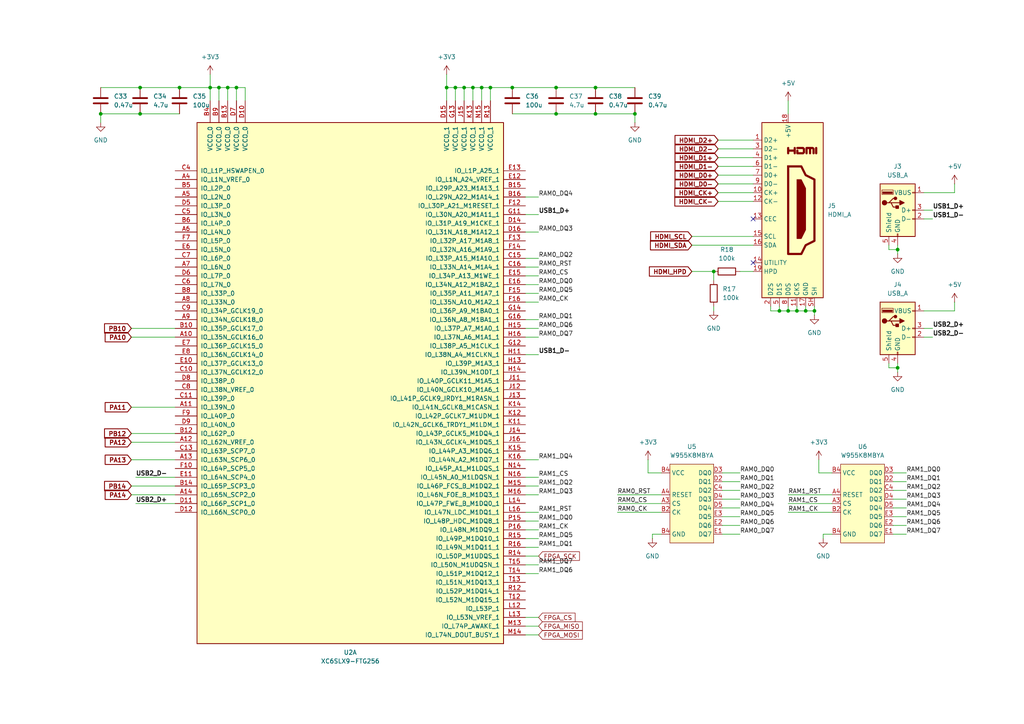
<source format=kicad_sch>
(kicad_sch (version 20250114) (generator "eeschema") (generator_version "9.0")
  (paper "A4")
  (title_block (title "CastleBox NeoPro") (date "2025-05-21") (rev "2.0"))
  (lib_symbols
    (symbol "Connector:HDMI_A"
      (property "Reference" "J" (at -6.35 26.67 0))
      (property "Value" "HDMI_A" (at 10.16 26.67 0))
      (symbol "HDMI_A_1_1"
        (pin passive line (at -10.16 20.32 0) (length 2.54) (name "D2+") (number "1"))
        (pin passive line (at -10.16 17.78 0) (length 2.54) (name "D2-") (number "3"))
        (pin passive line (at -10.16 15.24 0) (length 2.54) (name "D1+") (number "4"))
        (pin passive line (at -10.16 12.7 0) (length 2.54) (name "D1-") (number "6"))
        (pin passive line (at -10.16 10.16 0) (length 2.54) (name "D0+") (number "7"))
        (pin passive line (at -10.16 7.62 0) (length 2.54) (name "D0-") (number "9"))
        (pin passive line (at -10.16 5.08 0) (length 2.54) (name "CK+") (number "10"))
        (pin passive line (at -10.16 2.54 0) (length 2.54) (name "CK-") (number "12"))
        (pin bidirectional line (at -10.16 -2.54 0) (length 2.54) (name "CEC") (number "13"))
        (pin passive line (at -10.16 -7.62 0) (length 2.54) (name "SCL") (number "15"))
        (pin bidirectional line (at -10.16 -10.16 0) (length 2.54) (name "SDA") (number "16"))
        (pin passive line (at -10.16 -15.24 0) (length 2.54) (name "UTILITY") (number "14"))
        (pin passive line (at -10.16 -17.78 0) (length 2.54) (name "HPD") (number "19"))
        (pin power_in line (at -5.08 -27.94 90) (length 2.54) (name "D2S") (number "2"))
        (pin power_in line (at -2.54 -27.94 90) (length 2.54) (name "D1S") (number "5"))
        (pin power_in line (at 0 27.94 270) (length 2.54) (name "+5V") (number "18"))
        (pin power_in line (at 0 -27.94 90) (length 2.54) (name "D0S") (number "8"))
        (pin power_in line (at 2.54 -27.94 90) (length 2.54) (name "CKS") (number "11"))
        (pin power_in line (at 5.08 -27.94 90) (length 2.54) (name "GND") (number "17"))
        (pin passive line (at 7.62 -27.94 90) (length 2.54) (name "SH") (number "SH"))
      )
    )
    (symbol "Connector:USB_A" (pin_names (offset 1.016))
      (property "Reference" "J" (at -5.08 11.43 0))
      (property "Value" "USB_A" (at -5.08 8.89 0))
      (symbol "USB_A_1_1"
        (pin passive line (at -2.54 -10.16 90) (length 2.54) (name "Shield") (number "5"))
        (pin power_in line (at 0 -10.16 90) (length 2.54) (name "GND") (number "4"))
        (pin power_in line (at 7.62 5.08 180) (length 2.54) (name "VBUS") (number "1"))
        (pin bidirectional line (at 7.62 0 180) (length 2.54) (name "D+") (number "3"))
        (pin bidirectional line (at 7.62 -2.54 180) (length 2.54) (name "D-") (number "2"))
      )
    )
    (symbol "Device:C" (pin_numbers (hide yes)) (pin_names (offset 0.254))
      (property "Reference" "C" (at 0.635 2.54 0))
      (property "Value" "C" (at 0.635 -2.54 0))
      (symbol "C_1_1"
        (pin passive line (at 0 3.81 270) (length 2.794) (name "~") (number "1"))
        (pin passive line (at 0 -3.81 90) (length 2.794) (name "~") (number "2"))
      )
    )
    (symbol "Device:R" (pin_numbers (hide yes)) (pin_names (offset 0))
      (property "Reference" "R" (at 2.032 0 90))
      (property "Value" "R" (at 0 0 90))
      (symbol "R_1_1"
        (pin passive line (at 0 3.81 270) (length 1.27) (name "~") (number "1"))
        (pin passive line (at 0 -3.81 90) (length 1.27) (name "~") (number "2"))
      )
    )
    (symbol "FPGA_Xilinx_Spartan6:XC6SLX9-FTG256" (pin_names (offset 1.016))
      (property "Reference" "U" (at 0 1.27 0))
      (property "Value" "XC6SLX9-FTG256" (at 0 -1.27 0))
      (symbol "XC6SLX9-FTG256_1_1"
        (pin bidirectional line (at -50.8 58.42 0) (length 6.35) (name "IO_L1P_HSWAPEN_0") (number "C4"))
        (pin bidirectional line (at -50.8 55.88 0) (length 6.35) (name "IO_L1N_VREF_0") (number "A4"))
        (pin bidirectional line (at -50.8 53.34 0) (length 6.35) (name "IO_L2P_0") (number "B5"))
        (pin bidirectional line (at -50.8 50.8 0) (length 6.35) (name "IO_L2N_0") (number "A5"))
        (pin bidirectional line (at -50.8 48.26 0) (length 6.35) (name "IO_L3P_0") (number "D5"))
        (pin bidirectional line (at -50.8 45.72 0) (length 6.35) (name "IO_L3N_0") (number "C5"))
        (pin bidirectional line (at -50.8 43.18 0) (length 6.35) (name "IO_L4P_0") (number "B6"))
        (pin bidirectional line (at -50.8 40.64 0) (length 6.35) (name "IO_L4N_0") (number "A6"))
        (pin bidirectional line (at -50.8 38.1 0) (length 6.35) (name "IO_L5P_0") (number "F7"))
        (pin bidirectional line (at -50.8 35.56 0) (length 6.35) (name "IO_L5N_0") (number "E6"))
        (pin bidirectional line (at -50.8 33.02 0) (length 6.35) (name "IO_L6P_0") (number "C7"))
        (pin bidirectional line (at -50.8 30.48 0) (length 6.35) (name "IO_L6N_0") (number "A7"))
        (pin bidirectional line (at -50.8 27.94 0) (length 6.35) (name "IO_L7P_0") (number "D6"))
        (pin bidirectional line (at -50.8 25.4 0) (length 6.35) (name "IO_L7N_0") (number "C6"))
        (pin bidirectional line (at -50.8 22.86 0) (length 6.35) (name "IO_L33P_0") (number "B8"))
        (pin bidirectional line (at -50.8 20.32 0) (length 6.35) (name "IO_L33N_0") (number "A8"))
        (pin bidirectional line (at -50.8 17.78 0) (length 6.35) (name "IO_L34P_GCLK19_0") (number "C9"))
        (pin bidirectional line (at -50.8 15.24 0) (length 6.35) (name "IO_L34N_GCLK18_0") (number "A9"))
        (pin bidirectional line (at -50.8 12.7 0) (length 6.35) (name "IO_L35P_GCLK17_0") (number "B10"))
        (pin bidirectional line (at -50.8 10.16 0) (length 6.35) (name "IO_L35N_GCLK16_0") (number "A10"))
        (pin bidirectional line (at -50.8 7.62 0) (length 6.35) (name "IO_L36P_GCLK15_0") (number "E7"))
        (pin bidirectional line (at -50.8 5.08 0) (length 6.35) (name "IO_L36N_GCLK14_0") (number "E8"))
        (pin bidirectional line (at -50.8 2.54 0) (length 6.35) (name "IO_L37P_GCLK13_0") (number "E10"))
        (pin bidirectional line (at -50.8 0 0) (length 6.35) (name "IO_L37N_GCLK12_0") (number "C10"))
        (pin bidirectional line (at -50.8 -2.54 0) (length 6.35) (name "IO_L38P_0") (number "D8"))
        (pin bidirectional line (at -50.8 -5.08 0) (length 6.35) (name "IO_L38N_VREF_0") (number "C8"))
        (pin bidirectional line (at -50.8 -7.62 0) (length 6.35) (name "IO_L39P_0") (number "C11"))
        (pin bidirectional line (at -50.8 -10.16 0) (length 6.35) (name "IO_L39N_0") (number "A11"))
        (pin bidirectional line (at -50.8 -12.7 0) (length 6.35) (name "IO_L40P_0") (number "F9"))
        (pin bidirectional line (at -50.8 -15.24 0) (length 6.35) (name "IO_L40N_0") (number "D9"))
        (pin bidirectional line (at -50.8 -17.78 0) (length 6.35) (name "IO_L62P_0") (number "B12"))
        (pin bidirectional line (at -50.8 -20.32 0) (length 6.35) (name "IO_L62N_VREF_0") (number "A12"))
        (pin bidirectional line (at -50.8 -22.86 0) (length 6.35) (name "IO_L63P_SCP7_0") (number "C13"))
        (pin bidirectional line (at -50.8 -25.4 0) (length 6.35) (name "IO_L63N_SCP6_0") (number "A13"))
        (pin bidirectional line (at -50.8 -27.94 0) (length 6.35) (name "IO_L64P_SCP5_0") (number "F10"))
        (pin bidirectional line (at -50.8 -30.48 0) (length 6.35) (name "IO_L64N_SCP4_0") (number "E11"))
        (pin bidirectional line (at -50.8 -33.02 0) (length 6.35) (name "IO_L65P_SCP3_0") (number "B14"))
        (pin bidirectional line (at -50.8 -35.56 0) (length 6.35) (name "IO_L65N_SCP2_0") (number "A14"))
        (pin bidirectional line (at -50.8 -38.1 0) (length 6.35) (name "IO_L66P_SCP1_0") (number "D11"))
        (pin bidirectional line (at -50.8 -40.64 0) (length 6.35) (name "IO_L66N_SCP0_0") (number "D12"))
        (pin power_in line (at -40.64 78.74 270) (length 6.35) (name "VCCO_0") (number "B4"))
        (pin power_in line (at -38.1 78.74 270) (length 6.35) (name "VCCO_0") (number "B9"))
        (pin power_in line (at -35.56 78.74 270) (length 6.35) (name "VCCO_0") (number "B13"))
        (pin power_in line (at -33.02 78.74 270) (length 6.35) (name "VCCO_0") (number "D7"))
        (pin power_in line (at -30.48 78.74 270) (length 6.35) (name "VCCO_0") (number "D10"))
        (pin power_in line (at 27.94 78.74 270) (length 6.35) (name "VCCO_1") (number "D15"))
        (pin power_in line (at 30.48 78.74 270) (length 6.35) (name "VCCO_1") (number "G13"))
        (pin power_in line (at 33.02 78.74 270) (length 6.35) (name "VCCO_1") (number "J15"))
        (pin power_in line (at 35.56 78.74 270) (length 6.35) (name "VCCO_1") (number "K13"))
        (pin power_in line (at 38.1 78.74 270) (length 6.35) (name "VCCO_1") (number "N15"))
        (pin power_in line (at 40.64 78.74 270) (length 6.35) (name "VCCO_1") (number "R13"))
        (pin bidirectional line (at 50.8 58.42 180) (length 6.35) (name "IO_L1P_A25_1") (number "E13"))
        (pin bidirectional line (at 50.8 55.88 180) (length 6.35) (name "IO_L1N_A24_VREF_1") (number "E12"))
        (pin bidirectional line (at 50.8 53.34 180) (length 6.35) (name "IO_L29P_A23_M1A13_1") (number "B15"))
        (pin bidirectional line (at 50.8 50.8 180) (length 6.35) (name "IO_L29N_A22_M1A14_1") (number "B16"))
        (pin bidirectional line (at 50.8 48.26 180) (length 6.35) (name "IO_L30P_A21_M1RESET_1") (number "F12"))
        (pin bidirectional line (at 50.8 45.72 180) (length 6.35) (name "IO_L30N_A20_M1A11_1") (number "G11"))
        (pin bidirectional line (at 50.8 43.18 180) (length 6.35) (name "IO_L31P_A19_M1CKE_1") (number "D14"))
        (pin bidirectional line (at 50.8 40.64 180) (length 6.35) (name "IO_L31N_A18_M1A12_1") (number "D16"))
        (pin bidirectional line (at 50.8 38.1 180) (length 6.35) (name "IO_L32P_A17_M1A8_1") (number "F13"))
        (pin bidirectional line (at 50.8 35.56 180) (length 6.35) (name "IO_L32N_A16_M1A9_1") (number "F14"))
        (pin bidirectional line (at 50.8 33.02 180) (length 6.35) (name "IO_L33P_A15_M1A10_1") (number "C15"))
        (pin bidirectional line (at 50.8 30.48 180) (length 6.35) (name "IO_L33N_A14_M1A4_1") (number "C16"))
        (pin bidirectional line (at 50.8 27.94 180) (length 6.35) (name "IO_L34P_A13_M1WE_1") (number "E15"))
        (pin bidirectional line (at 50.8 25.4 180) (length 6.35) (name "IO_L34N_A12_M1BA2_1") (number "E16"))
        (pin bidirectional line (at 50.8 22.86 180) (length 6.35) (name "IO_L35P_A11_M1A7_1") (number "F15"))
        (pin bidirectional line (at 50.8 20.32 180) (length 6.35) (name "IO_L35N_A10_M1A2_1") (number "F16"))
        (pin bidirectional line (at 50.8 17.78 180) (length 6.35) (name "IO_L36P_A9_M1BA0_1") (number "G14"))
        (pin bidirectional line (at 50.8 15.24 180) (length 6.35) (name "IO_L36N_A8_M1BA1_1") (number "G16"))
        (pin bidirectional line (at 50.8 12.7 180) (length 6.35) (name "IO_L37P_A7_M1A0_1") (number "H15"))
        (pin bidirectional line (at 50.8 10.16 180) (length 6.35) (name "IO_L37N_A6_M1A1_1") (number "H16"))
        (pin bidirectional line (at 50.8 7.62 180) (length 6.35) (name "IO_L38P_A5_M1CLK_1") (number "G12"))
        (pin bidirectional line (at 50.8 5.08 180) (length 6.35) (name "IO_L38N_A4_M1CLKN_1") (number "H11"))
        (pin bidirectional line (at 50.8 2.54 180) (length 6.35) (name "IO_L39P_M1A3_1") (number "H13"))
        (pin bidirectional line (at 50.8 0 180) (length 6.35) (name "IO_L39N_M1ODT_1") (number "H14"))
        (pin bidirectional line (at 50.8 -2.54 180) (length 6.35) (name "IO_L40P_GCLK11_M1A5_1") (number "J11"))
        (pin bidirectional line (at 50.8 -5.08 180) (length 6.35) (name "IO_L40N_GCLK10_M1A6_1") (number "J12"))
        (pin bidirectional line (at 50.8 -7.62 180) (length 6.35) (name "IO_L41P_GCLK9_IRDY1_M1RASN_1") (number "J13"))
        (pin bidirectional line (at 50.8 -10.16 180) (length 6.35) (name "IO_L41N_GCLK8_M1CASN_1") (number "K14"))
        (pin bidirectional line (at 50.8 -12.7 180) (length 6.35) (name "IO_L42P_GCLK7_M1UDM_1") (number "K12"))
        (pin bidirectional line (at 50.8 -15.24 180) (length 6.35) (name "IO_L42N_GCLK6_TRDY1_M1LDM_1") (number "K11"))
        (pin bidirectional line (at 50.8 -17.78 180) (length 6.35) (name "IO_L43P_GCLK5_M1DQ4_1") (number "J14"))
        (pin bidirectional line (at 50.8 -20.32 180) (length 6.35) (name "IO_L43N_GCLK4_M1DQ5_1") (number "J16"))
        (pin bidirectional line (at 50.8 -22.86 180) (length 6.35) (name "IO_L44P_A3_M1DQ6_1") (number "K15"))
        (pin bidirectional line (at 50.8 -25.4 180) (length 6.35) (name "IO_L44N_A2_M1DQ7_1") (number "K16"))
        (pin bidirectional line (at 50.8 -27.94 180) (length 6.35) (name "IO_L45P_A1_M1LDQS_1") (number "N14"))
        (pin bidirectional line (at 50.8 -30.48 180) (length 6.35) (name "IO_L45N_A0_M1LDQSN_1") (number "N16"))
        (pin bidirectional line (at 50.8 -33.02 180) (length 6.35) (name "IO_L46P_FCS_B_M1DQ2_1") (number "M15"))
        (pin bidirectional line (at 50.8 -35.56 180) (length 6.35) (name "IO_L46N_FOE_B_M1DQ3_1") (number "M16"))
        (pin bidirectional line (at 50.8 -38.1 180) (length 6.35) (name "IO_L47P_FWE_B_M1DQ0_1") (number "L14"))
        (pin bidirectional line (at 50.8 -40.64 180) (length 6.35) (name "IO_L47N_LDC_M1DQ1_1") (number "L16"))
        (pin bidirectional line (at 50.8 -43.18 180) (length 6.35) (name "IO_L48P_HDC_M1DQ8_1") (number "P15"))
        (pin bidirectional line (at 50.8 -45.72 180) (length 6.35) (name "IO_L48N_M1DQ9_1") (number "P16"))
        (pin bidirectional line (at 50.8 -48.26 180) (length 6.35) (name "IO_L49P_M1DQ10_1") (number "R15"))
        (pin bidirectional line (at 50.8 -50.8 180) (length 6.35) (name "IO_L49N_M1DQ11_1") (number "R16"))
        (pin bidirectional line (at 50.8 -53.34 180) (length 6.35) (name "IO_L50P_M1UDQS_1") (number "R14"))
        (pin bidirectional line (at 50.8 -55.88 180) (length 6.35) (name "IO_L50N_M1UDQSN_1") (number "T15"))
        (pin bidirectional line (at 50.8 -58.42 180) (length 6.35) (name "IO_L51P_M1DQ12_1") (number "T14"))
        (pin bidirectional line (at 50.8 -60.96 180) (length 6.35) (name "IO_L51N_M1DQ13_1") (number "T13"))
        (pin bidirectional line (at 50.8 -63.5 180) (length 6.35) (name "IO_L52P_M1DQ14_1") (number "R12"))
        (pin bidirectional line (at 50.8 -66.04 180) (length 6.35) (name "IO_L52N_M1DQ15_1") (number "T12"))
        (pin bidirectional line (at 50.8 -68.58 180) (length 6.35) (name "IO_L53P_1") (number "L12"))
        (pin bidirectional line (at 50.8 -71.12 180) (length 6.35) (name "IO_L53N_VREF_1") (number "L13"))
        (pin bidirectional line (at 50.8 -73.66 180) (length 6.35) (name "IO_L74P_AWAKE_1") (number "M13"))
        (pin bidirectional line (at 50.8 -76.2 180) (length 6.35) (name "IO_L74N_DOUT_BUSY_1") (number "M14"))
      )
      (symbol "XC6SLX9-FTG256_2_1"
        (pin bidirectional line (at -50.8 58.42 0) (length 6.35) (name "IO_L1P_CCLK_2") (number "R11"))
        (pin bidirectional line (at -50.8 55.88 0) (length 6.35) (name "IO_L1N_M0_CMPMISO_2") (number "T11"))
        (pin bidirectional line (at -50.8 53.34 0) (length 6.35) (name "IO_L2P_CMPCLK_2") (number "M12"))
        (pin bidirectional line (at -50.8 50.8 0) (length 6.35) (name "IO_L2N_CMPMOSI_2") (number "M11"))
        (pin bidirectional line (at -50.8 48.26 0) (length 6.35) (name "IO_L3P_D0_DIN_MISO_MISO1_2") (number "P10"))
        (pin bidirectional line (at -50.8 45.72 0) (length 6.35) (name "IO_L3N_MOSI_CSI_B_MISO0_2") (number "T10"))
        (pin bidirectional line (at -50.8 43.18 0) (length 6.35) (name "IO_L12P_D1_MISO2_2") (number "N12"))
        (pin bidirectional line (at -50.8 40.64 0) (length 6.35) (name "IO_L12N_D2_MISO3_2") (number "P12"))
        (pin bidirectional line (at -50.8 38.1 0) (length 6.35) (name "IO_L13P_M1_2") (number "N11"))
        (pin bidirectional line (at -50.8 35.56 0) (length 6.35) (name "IO_L13N_D10_2") (number "P11"))
        (pin bidirectional line (at -50.8 33.02 0) (length 6.35) (name "IO_L14P_D11_2") (number "N9"))
        (pin bidirectional line (at -50.8 30.48 0) (length 6.35) (name "IO_L14N_D12_2") (number "P9"))
        (pin bidirectional line (at -50.8 27.94 0) (length 6.35) (name "IO_L23P_2") (number "R9"))
        (pin bidirectional line (at -50.8 25.4 0) (length 6.35) (name "IO_L23N_2") (number "T9"))
        (pin bidirectional line (at -50.8 22.86 0) (length 6.35) (name "IO_L16P_2") (number "L10"))
        (pin bidirectional line (at -50.8 20.32 0) (length 6.35) (name "IO_L16N_VREF_2") (number "M10"))
        (pin bidirectional line (at -50.8 17.78 0) (length 6.35) (name "IO_L29P_GCLK3_2") (number "M9"))
        (pin bidirectional line (at -50.8 15.24 0) (length 6.35) (name "IO_L29N_GCLK2_2") (number "N8"))
        (pin bidirectional line (at -50.8 12.7 0) (length 6.35) (name "IO_L30P_GCLK1_D13_2") (number "P8"))
        (pin bidirectional line (at -50.8 10.16 0) (length 6.35) (name "IO_L30N_GCLK0_USERCCLK_2") (number "T8"))
        (pin bidirectional line (at -50.8 7.62 0) (length 6.35) (name "IO_L31P_GCLK31_D14_2") (number "P7"))
        (pin bidirectional line (at -50.8 5.08 0) (length 6.35) (name "IO_L31N_GCLK30_D15_2") (number "M7"))
        (pin bidirectional line (at -50.8 2.54 0) (length 6.35) (name "IO_L32P_GCLK29_2") (number "R7"))
        (pin bidirectional line (at -50.8 0 0) (length 6.35) (name "IO_L32N_GCLK28_2") (number "T7"))
        (pin bidirectional line (at -50.8 -2.54 0) (length 6.35) (name "IO_L47P_2") (number "P6"))
        (pin bidirectional line (at -50.8 -5.08 0) (length 6.35) (name "IO_L47N_2") (number "T6"))
        (pin bidirectional line (at -50.8 -7.62 0) (length 6.35) (name "IO_L48P_D7_2") (number "R5"))
        (pin bidirectional line (at -50.8 -10.16 0) (length 6.35) (name "IO_L48N_RDWR_B_VREF_2") (number "T5"))
        (pin bidirectional line (at -50.8 -12.7 0) (length 6.35) (name "IO_L49P_D3_2") (number "N5"))
        (pin bidirectional line (at -50.8 -15.24 0) (length 6.35) (name "IO_L49N_D4_2") (number "P5"))
        (pin bidirectional line (at -50.8 -17.78 0) (length 6.35) (name "IO_L62P_D5_2") (number "L8"))
        (pin bidirectional line (at -50.8 -20.32 0) (length 6.35) (name "IO_L62N_D6_2") (number "L7"))
        (pin bidirectional line (at -50.8 -22.86 0) (length 6.35) (name "IO_L63P_2") (number "P4"))
        (pin bidirectional line (at -50.8 -25.4 0) (length 6.35) (name "IO_L63N_2") (number "T4"))
        (pin bidirectional line (at -50.8 -27.94 0) (length 6.35) (name "IO_L64P_D8_2") (number "M6"))
        (pin bidirectional line (at -50.8 -30.48 0) (length 6.35) (name "IO_L64N_D9_2") (number "N6"))
        (pin bidirectional line (at -50.8 -33.02 0) (length 6.35) (name "IO_L65P_INIT_B_2") (number "R3"))
        (pin bidirectional line (at -50.8 -35.56 0) (length 6.35) (name "IO_L65N_CSO_B_2") (number "T3"))
        (pin power_in line (at -40.64 78.74 270) (length 6.35) (name "VCCO_2") (number "N7"))
        (pin power_in line (at -38.1 78.74 270) (length 6.35) (name "VCCO_2") (number "N10"))
        (pin power_in line (at -35.56 78.74 270) (length 6.35) (name "VCCO_2") (number "R4"))
        (pin power_in line (at -33.02 78.74 270) (length 6.35) (name "VCCO_2") (number "R8"))
        (pin power_in line (at 30.48 78.74 270) (length 6.35) (name "VCCO_3") (number "D2"))
        (pin power_in line (at 33.02 78.74 270) (length 6.35) (name "VCCO_3") (number "G4"))
        (pin power_in line (at 35.56 78.74 270) (length 6.35) (name "VCCO_3") (number "J2"))
        (pin power_in line (at 38.1 78.74 270) (length 6.35) (name "VCCO_3") (number "K4"))
        (pin power_in line (at 40.64 78.74 270) (length 6.35) (name "VCCO_3") (number "N2"))
        (pin bidirectional line (at 50.8 58.42 180) (length 6.35) (name "IO_L1P_3") (number "M4"))
        (pin bidirectional line (at 50.8 55.88 180) (length 6.35) (name "IO_L1N_VREF_3") (number "M3"))
        (pin bidirectional line (at 50.8 53.34 180) (length 6.35) (name "IO_L2P_3") (number "M5"))
        (pin bidirectional line (at 50.8 50.8 180) (length 6.35) (name "IO_L2N_3") (number "N4"))
        (pin bidirectional line (at 50.8 48.26 180) (length 6.35) (name "IO_L32P_M3DQ14_3") (number "R2"))
        (pin bidirectional line (at 50.8 45.72 180) (length 6.35) (name "IO_L32N_M3DQ15_3") (number "R1"))
        (pin bidirectional line (at 50.8 43.18 180) (length 6.35) (name "IO_L33P_M3DQ12_3") (number "P2"))
        (pin bidirectional line (at 50.8 40.64 180) (length 6.35) (name "IO_L33N_M3DQ13_3") (number "P1"))
        (pin bidirectional line (at 50.8 38.1 180) (length 6.35) (name "IO_L34P_M3UDQS_3") (number "N3"))
        (pin bidirectional line (at 50.8 35.56 180) (length 6.35) (name "IO_L34N_M3UDQSN_3") (number "N1"))
        (pin bidirectional line (at 50.8 33.02 180) (length 6.35) (name "IO_L35P_M3DQ10_3") (number "M2"))
        (pin bidirectional line (at 50.8 30.48 180) (length 6.35) (name "IO_L35N_M3DQ11_3") (number "M1"))
        (pin bidirectional line (at 50.8 27.94 180) (length 6.35) (name "IO_L36P_M3DQ8_3") (number "L3"))
        (pin bidirectional line (at 50.8 25.4 180) (length 6.35) (name "IO_L36N_M3DQ9_3") (number "L1"))
        (pin bidirectional line (at 50.8 22.86 180) (length 6.35) (name "IO_L37P_M3DQ0_3") (number "K2"))
        (pin bidirectional line (at 50.8 20.32 180) (length 6.35) (name "IO_L37N_M3DQ1_3") (number "K1"))
        (pin bidirectional line (at 50.8 17.78 180) (length 6.35) (name "IO_L38P_M3DQ2_3") (number "J3"))
        (pin bidirectional line (at 50.8 15.24 180) (length 6.35) (name "IO_L38N_M3DQ3_3") (number "J1"))
        (pin bidirectional line (at 50.8 12.7 180) (length 6.35) (name "IO_L39P_M3LDQS_3") (number "H2"))
        (pin bidirectional line (at 50.8 10.16 180) (length 6.35) (name "IO_L39N_M3LDQSN_3") (number "H1"))
        (pin bidirectional line (at 50.8 7.62 180) (length 6.35) (name "IO_L40P_M3DQ6_3") (number "G3"))
        (pin bidirectional line (at 50.8 5.08 180) (length 6.35) (name "IO_L40N_M3DQ7_3") (number "G1"))
        (pin bidirectional line (at 50.8 2.54 180) (length 6.35) (name "IO_L41P_GCLK27_M3DQ4_3") (number "F2"))
        (pin bidirectional line (at 50.8 0 180) (length 6.35) (name "IO_L41N_GCLK26_M3DQ5_3") (number "F1"))
        (pin bidirectional line (at 50.8 -2.54 180) (length 6.35) (name "IO_L42P_GCLK25_TRDY2_M3UDM_3") (number "K3"))
        (pin bidirectional line (at 50.8 -5.08 180) (length 6.35) (name "IO_L42N_GCLK24_M3LDM_3") (number "J4"))
        (pin bidirectional line (at 50.8 -7.62 180) (length 6.35) (name "IO_L43P_GCLK23_M3RASN_3") (number "J6"))
        (pin bidirectional line (at 50.8 -10.16 180) (length 6.35) (name "IO_L43N_GCLK22_IRDY2_M3CASN_3") (number "H5"))
        (pin bidirectional line (at 50.8 -12.7 180) (length 6.35) (name "IO_L44P_GCLK21_M3A5_3") (number "H4"))
        (pin bidirectional line (at 50.8 -15.24 180) (length 6.35) (name "IO_L44N_GCLK20_M3A6_3") (number "H3"))
        (pin bidirectional line (at 50.8 -17.78 180) (length 6.35) (name "IO_L45P_M3A3_3") (number "L4"))
        (pin bidirectional line (at 50.8 -20.32 180) (length 6.35) (name "IO_L45N_M3ODT_3") (number "L5"))
        (pin bidirectional line (at 50.8 -22.86 180) (length 6.35) (name "IO_L46P_M3CLK_3") (number "E2"))
        (pin bidirectional line (at 50.8 -25.4 180) (length 6.35) (name "IO_L46N_M3CLKN_3") (number "E1"))
        (pin bidirectional line (at 50.8 -27.94 180) (length 6.35) (name "IO_L47P_M3A0_3") (number "K5"))
        (pin bidirectional line (at 50.8 -30.48 180) (length 6.35) (name "IO_L47N_M3A1_3") (number "K6"))
        (pin bidirectional line (at 50.8 -33.02 180) (length 6.35) (name "IO_L48P_M3BA0_3") (number "C3"))
        (pin bidirectional line (at 50.8 -35.56 180) (length 6.35) (name "IO_L48N_M3BA1_3") (number "C2"))
        (pin bidirectional line (at 50.8 -38.1 180) (length 6.35) (name "IO_L49P_M3A7_3") (number "D3"))
        (pin bidirectional line (at 50.8 -40.64 180) (length 6.35) (name "IO_L49N_M3A2_3") (number "D1"))
        (pin bidirectional line (at 50.8 -43.18 180) (length 6.35) (name "IO_L50P_M3WE_3") (number "C1"))
        (pin bidirectional line (at 50.8 -45.72 180) (length 6.35) (name "IO_L50N_M3BA2_3") (number "B1"))
        (pin bidirectional line (at 50.8 -48.26 180) (length 6.35) (name "IO_L51P_M3A10_3") (number "G6"))
        (pin bidirectional line (at 50.8 -50.8 180) (length 6.35) (name "IO_L51N_M3A4_3") (number "G5"))
        (pin bidirectional line (at 50.8 -53.34 180) (length 6.35) (name "IO_L52P_M3A8_3") (number "B2"))
        (pin bidirectional line (at 50.8 -55.88 180) (length 6.35) (name "IO_L52N_M3A9_3") (number "A2"))
        (pin bidirectional line (at 50.8 -58.42 180) (length 6.35) (name "IO_L53P_M3CKE_3") (number "F4"))
        (pin bidirectional line (at 50.8 -60.96 180) (length 6.35) (name "IO_L53N_M3A12_3") (number "F3"))
        (pin bidirectional line (at 50.8 -63.5 180) (length 6.35) (name "IO_L54P_M3RESET_3") (number "E4"))
        (pin bidirectional line (at 50.8 -66.04 180) (length 6.35) (name "IO_L54N_M3A11_3") (number "E3"))
        (pin bidirectional line (at 50.8 -68.58 180) (length 6.35) (name "IO_L55P_M3A13_3") (number "F6"))
        (pin bidirectional line (at 50.8 -71.12 180) (length 6.35) (name "IO_L55N_M3A14_3") (number "F5"))
        (pin bidirectional line (at 50.8 -73.66 180) (length 6.35) (name "IO_L83P_3") (number "B3"))
        (pin bidirectional line (at 50.8 -76.2 180) (length 6.35) (name "IO_L83N_VREF_3") (number "A3"))
      )
      (symbol "XC6SLX9-FTG256_3_1"
        (pin bidirectional line (at 38.1 12.7 180) (length 6.35) (name "TDI") (number "C12"))
        (pin bidirectional line (at 38.1 10.16 180) (length 6.35) (name "TDO") (number "E14"))
        (pin bidirectional line (at 38.1 7.62 180) (length 6.35) (name "TMS") (number "A15"))
        (pin bidirectional line (at 38.1 5.08 180) (length 6.35) (name "TCK") (number "C14"))
        (pin bidirectional line (at 38.1 0 180) (length 6.35) (name "DONE_2") (number "P13"))
        (pin bidirectional line (at 38.1 -2.54 180) (length 6.35) (name "PROGRAM_B_2") (number "T2"))
        (pin bidirectional line (at 38.1 -7.62 180) (length 6.35) (name "SUSPEND") (number "P14"))
        (pin bidirectional line (at 38.1 -12.7 180) (length 6.35) (name "CMPCS_B_2") (number "L11"))
      )
      (symbol "XC6SLX9-FTG256_4_1"
        (pin power_in line (at -25.4 27.94 0) (length 6.35) (name "VCCAUX") (number "E5"))
        (pin power_in line (at -25.4 25.4 0) (length 6.35) (name "VCCAUX") (number "F8"))
        (pin power_in line (at -25.4 22.86 0) (length 6.35) (name "VCCAUX") (number "F11"))
        (pin power_in line (at -25.4 20.32 0) (length 6.35) (name "VCCAUX") (number "G10"))
        (pin power_in line (at -25.4 17.78 0) (length 6.35) (name "VCCAUX") (number "H6"))
        (pin power_in line (at -25.4 15.24 0) (length 6.35) (name "VCCAUX") (number "J10"))
        (pin power_in line (at -25.4 12.7 0) (length 6.35) (name "VCCAUX") (number "L6"))
        (pin power_in line (at -25.4 10.16 0) (length 6.35) (name "VCCAUX") (number "L9"))
        (pin power_in line (at -25.4 2.54 0) (length 6.35) (name "GND") (number "A1"))
        (pin power_in line (at -25.4 0 0) (length 6.35) (name "GND") (number "A16"))
        (pin power_in line (at -25.4 -2.54 0) (length 6.35) (name "GND") (number "B7"))
        (pin power_in line (at -25.4 -5.08 0) (length 6.35) (name "GND") (number "B11"))
        (pin power_in line (at -25.4 -7.62 0) (length 6.35) (name "GND") (number "D4"))
        (pin power_in line (at -25.4 -10.16 0) (length 6.35) (name "GND") (number "D13"))
        (pin power_in line (at -25.4 -12.7 0) (length 6.35) (name "GND") (number "E9"))
        (pin power_in line (at -25.4 -15.24 0) (length 6.35) (name "GND") (number "G2"))
        (pin power_in line (at -25.4 -17.78 0) (length 6.35) (name "GND") (number "G8"))
        (pin power_in line (at -25.4 -20.32 0) (length 6.35) (name "GND") (number "G15"))
        (pin power_in line (at -25.4 -22.86 0) (length 6.35) (name "GND") (number "H7"))
        (pin power_in line (at -25.4 -25.4 0) (length 6.35) (name "GND") (number "H9"))
        (pin power_in line (at -25.4 -27.94 0) (length 6.35) (name "GND") (number "H12"))
        (pin power_in line (at 25.4 27.94 180) (length 6.35) (name "VCCINT") (number "G7"))
        (pin power_in line (at 25.4 25.4 180) (length 6.35) (name "VCCINT") (number "G9"))
        (pin power_in line (at 25.4 22.86 180) (length 6.35) (name "VCCINT") (number "H8"))
        (pin power_in line (at 25.4 20.32 180) (length 6.35) (name "VCCINT") (number "H10"))
        (pin power_in line (at 25.4 17.78 180) (length 6.35) (name "VCCINT") (number "J7"))
        (pin power_in line (at 25.4 15.24 180) (length 6.35) (name "VCCINT") (number "J9"))
        (pin power_in line (at 25.4 12.7 180) (length 6.35) (name "VCCINT") (number "K8"))
        (pin power_in line (at 25.4 10.16 180) (length 6.35) (name "VCCINT") (number "K10"))
        (pin power_in line (at 25.4 2.54 180) (length 6.35) (name "GND") (number "J5"))
        (pin power_in line (at 25.4 0 180) (length 6.35) (name "GND") (number "J8"))
        (pin power_in line (at 25.4 -2.54 180) (length 6.35) (name "GND") (number "K7"))
        (pin power_in line (at 25.4 -5.08 180) (length 6.35) (name "GND") (number "K9"))
        (pin power_in line (at 25.4 -7.62 180) (length 6.35) (name "GND") (number "L2"))
        (pin power_in line (at 25.4 -10.16 180) (length 6.35) (name "GND") (number "L15"))
        (pin power_in line (at 25.4 -12.7 180) (length 6.35) (name "GND") (number "M8"))
        (pin power_in line (at 25.4 -15.24 180) (length 6.35) (name "GND") (number "N13"))
        (pin power_in line (at 25.4 -17.78 180) (length 6.35) (name "GND") (number "P3"))
        (pin power_in line (at 25.4 -20.32 180) (length 6.35) (name "GND") (number "R6"))
        (pin power_in line (at 25.4 -22.86 180) (length 6.35) (name "GND") (number "R10"))
        (pin power_in line (at 25.4 -25.4 180) (length 6.35) (name "GND") (number "T1"))
        (pin power_in line (at 25.4 -27.94 180) (length 6.35) (name "GND") (number "T16"))
      )
    )
    (symbol "HyperRAM:HyperRAM"
      (property "Reference" "U" (at -6.096 14.732 0))
      (property "Value" "W955K8MBYA" (at -1.016 12.7 0))
      (symbol "HyperRAM_1_1"
        (pin power_in line (at -8.89 8.89 0) (length 2.54) (name "VCC") (number "B4"))
        (pin power_in line (at -8.89 8.89 0) (length 2.54) (hide yes) (name "VCC") (number "D1"))
        (pin power_in line (at -8.89 8.89 0) (length 2.54) (hide yes) (name "VCC") (number "E4"))
        (pin bidirectional line (at -8.89 2.54 0) (length 2.54) (name "RESET") (number "A4"))
        (pin bidirectional line (at -8.89 0 0) (length 2.54) (name "CS") (number "A3"))
        (pin bidirectional line (at -8.89 -2.54 0) (length 2.54) (name "CK") (number "B2"))
        (pin power_in line (at -8.89 -8.89 0) (length 2.54) (name "GND") (number "B4"))
        (pin power_in line (at -8.89 -8.89 0) (length 2.54) (hide yes) (name "GND") (number "C1"))
        (pin power_in line (at -8.89 -8.89 0) (length 2.54) (hide yes) (name "GND") (number "E5"))
        (pin bidirectional line (at 8.89 8.89 180) (length 2.54) (name "DQ0") (number "D3"))
        (pin bidirectional line (at 8.89 6.35 180) (length 2.54) (name "DQ1") (number "D2"))
        (pin bidirectional line (at 8.89 3.81 180) (length 2.54) (name "DQ2") (number "C4"))
        (pin bidirectional line (at 8.89 1.27 180) (length 2.54) (name "DQ3") (number "D4"))
        (pin bidirectional line (at 8.89 -1.27 180) (length 2.54) (name "DQ4") (number "D5"))
        (pin bidirectional line (at 8.89 -3.81 180) (length 2.54) (name "DQ5") (number "E3"))
        (pin bidirectional line (at 8.89 -6.35 180) (length 2.54) (name "DQ6") (number "E2"))
        (pin bidirectional line (at 8.89 -8.89 180) (length 2.54) (name "DQ7") (number "E1"))
      )
    )
    (symbol "HyperRAM_1"
      (property "Reference" "U" (at -6.096 14.732 0))
      (property "Value" "W955K8MBYA" (at -1.016 12.7 0))
      (symbol "HyperRAM_1_1_1"
        (pin power_in line (at -8.89 8.89 0) (length 2.54) (name "VCC") (number "B4"))
        (pin power_in line (at -8.89 8.89 0) (length 2.54) (hide yes) (name "VCC") (number "D1"))
        (pin power_in line (at -8.89 8.89 0) (length 2.54) (hide yes) (name "VCC") (number "E4"))
        (pin bidirectional line (at -8.89 2.54 0) (length 2.54) (name "RESET") (number "A4"))
        (pin bidirectional line (at -8.89 0 0) (length 2.54) (name "CS") (number "A3"))
        (pin bidirectional line (at -8.89 -2.54 0) (length 2.54) (name "CK") (number "B2"))
        (pin power_in line (at -8.89 -8.89 0) (length 2.54) (name "GND") (number "B4"))
        (pin power_in line (at -8.89 -8.89 0) (length 2.54) (hide yes) (name "GND") (number "C1"))
        (pin power_in line (at -8.89 -8.89 0) (length 2.54) (hide yes) (name "GND") (number "E5"))
        (pin bidirectional line (at 8.89 8.89 180) (length 2.54) (name "DQ0") (number "D3"))
        (pin bidirectional line (at 8.89 6.35 180) (length 2.54) (name "DQ1") (number "D2"))
        (pin bidirectional line (at 8.89 3.81 180) (length 2.54) (name "DQ2") (number "C4"))
        (pin bidirectional line (at 8.89 1.27 180) (length 2.54) (name "DQ3") (number "D4"))
        (pin bidirectional line (at 8.89 -1.27 180) (length 2.54) (name "DQ4") (number "D5"))
        (pin bidirectional line (at 8.89 -3.81 180) (length 2.54) (name "DQ5") (number "E3"))
        (pin bidirectional line (at 8.89 -6.35 180) (length 2.54) (name "DQ6") (number "E2"))
        (pin bidirectional line (at 8.89 -8.89 180) (length 2.54) (name "DQ7") (number "E1"))
      )
    )
    (symbol "power:+3V3" (power) (pin_numbers (hide yes)) (pin_names (offset 0) (hide yes))
      (property "Value" "+3V3" (at 0 3.556 0))
      (symbol "+3V3_1_1"
        (pin power_in line (at 0 0 90) (length 0) (name "~") (number "1"))
      )
    )
    (symbol "power:+5V" (power) (pin_numbers (hide yes)) (pin_names (offset 0) (hide yes))
      (property "Value" "+5V" (at 0 3.556 0))
      (symbol "+5V_1_1"
        (pin power_in line (at 0 0 90) (length 0) (name "~") (number "1"))
      )
    )
    (symbol "power:GND" (power) (pin_numbers (hide yes)) (pin_names (offset 0) (hide yes))
      (property "Value" "GND" (at 0 -3.81 0))
      (symbol "GND_1_1"
        (pin power_in line (at 0 0 270) (length 0) (name "~") (number "1"))
      )
    )
  )
  (junction (at 132.08 25.4))
  (junction (at 137.16 25.4))
  (junction (at 260.35 72.39))
  (junction (at 148.59 25.4))
  (junction (at 40.64 25.4))
  (junction (at 260.35 106.68))
  (junction (at 60.96 25.4))
  (junction (at 134.62 25.4))
  (junction (at 226.06 90.17))
  (junction (at 29.21 33.02))
  (junction (at 172.72 25.4))
  (junction (at 207.01 78.74))
  (junction (at 142.24 25.4))
  (junction (at 66.04 25.4))
  (junction (at 68.58 25.4))
  (junction (at 228.6 90.17))
  (junction (at 161.29 33.02))
  (junction (at 184.15 33.02))
  (junction (at 139.7 25.4))
  (junction (at 233.68 90.17))
  (junction (at 161.29 25.4))
  (junction (at 231.14 90.17))
  (junction (at 52.07 25.4))
  (junction (at 236.22 90.17))
  (junction (at 63.5 25.4))
  (junction (at 129.54 25.4))
  (junction (at 40.64 33.02))
  (junction (at 172.72 33.02))
  (no_connect (at 218.44 76.2))
  (no_connect (at 218.44 63.5))
  (wire (pts (xy 152.4 153.67) (xy 156.21 153.67)))
  (wire (pts (xy 40.64 25.4) (xy 52.07 25.4)))
  (wire (pts (xy 276.86 55.88) (xy 267.97 55.88)))
  (wire (pts (xy 152.4 151.13) (xy 156.21 151.13)))
  (wire (pts (xy 267.97 95.25) (xy 270.51 95.25)))
  (wire (pts (xy 200.66 71.12) (xy 218.44 71.12)))
  (wire (pts (xy 276.86 87.63) (xy 276.86 90.17)))
  (wire (pts (xy 207.01 78.74) (xy 207.01 81.28)))
  (wire (pts (xy 63.5 25.4) (xy 66.04 25.4)))
  (wire (pts (xy 262.89 154.94) (xy 259.08 154.94)))
  (wire (pts (xy 132.08 25.4) (xy 134.62 25.4)))
  (wire (pts (xy 142.24 29.21) (xy 142.24 25.4)))
  (wire (pts (xy 60.96 25.4) (xy 63.5 25.4)))
  (wire (pts (xy 228.6 148.59) (xy 241.3 148.59)))
  (wire (pts (xy 152.4 77.47) (xy 156.21 77.47)))
  (wire (pts (xy 262.89 139.7) (xy 259.08 139.7)))
  (wire (pts (xy 134.62 25.4) (xy 134.62 29.21)))
  (wire (pts (xy 226.06 90.17) (xy 228.6 90.17)))
  (wire (pts (xy 214.63 139.7) (xy 209.55 139.7)))
  (wire (pts (xy 214.63 78.74) (xy 218.44 78.74)))
  (wire (pts (xy 236.22 90.17) (xy 236.22 88.9)))
  (wire (pts (xy 38.1 95.25) (xy 50.8 95.25)))
  (wire (pts (xy 237.49 137.16) (xy 241.3 137.16)))
  (wire (pts (xy 276.86 90.17) (xy 267.97 90.17)))
  (wire (pts (xy 214.63 152.4) (xy 209.55 152.4)))
  (wire (pts (xy 38.1 128.27) (xy 50.8 128.27)))
  (wire (pts (xy 152.4 181.61) (xy 156.21 181.61)))
  (wire (pts (xy 208.28 50.8) (xy 218.44 50.8)))
  (wire (pts (xy 262.89 137.16) (xy 259.08 137.16)))
  (wire (pts (xy 260.35 72.39) (xy 257.81 72.39)))
  (wire (pts (xy 137.16 25.4) (xy 137.16 29.21)))
  (wire (pts (xy 152.4 133.35) (xy 156.21 133.35)))
  (wire (pts (xy 60.96 25.4) (xy 60.96 29.21)))
  (wire (pts (xy 260.35 72.39) (xy 260.35 73.66)))
  (wire (pts (xy 214.63 154.94) (xy 209.55 154.94)))
  (wire (pts (xy 260.35 106.68) (xy 260.35 107.95)))
  (wire (pts (xy 129.54 21.59) (xy 129.54 25.4)))
  (wire (pts (xy 172.72 33.02) (xy 184.15 33.02)))
  (wire (pts (xy 39.37 146.05) (xy 50.8 146.05)))
  (wire (pts (xy 260.35 105.41) (xy 260.35 106.68)))
  (wire (pts (xy 228.6 146.05) (xy 241.3 146.05)))
  (wire (pts (xy 237.49 133.35) (xy 237.49 137.16)))
  (wire (pts (xy 66.04 25.4) (xy 66.04 29.21)))
  (wire (pts (xy 208.28 48.26) (xy 218.44 48.26)))
  (wire (pts (xy 152.4 97.79) (xy 156.21 97.79)))
  (wire (pts (xy 63.5 25.4) (xy 63.5 29.21)))
  (wire (pts (xy 152.4 92.71) (xy 156.21 92.71)))
  (wire (pts (xy 148.59 33.02) (xy 161.29 33.02)))
  (wire (pts (xy 179.07 146.05) (xy 191.77 146.05)))
  (wire (pts (xy 38.1 140.97) (xy 50.8 140.97)))
  (wire (pts (xy 152.4 95.25) (xy 156.21 95.25)))
  (wire (pts (xy 152.4 184.15) (xy 156.21 184.15)))
  (wire (pts (xy 231.14 90.17) (xy 231.14 88.9)))
  (wire (pts (xy 38.1 133.35) (xy 50.8 133.35)))
  (wire (pts (xy 152.4 156.21) (xy 156.21 156.21)))
  (wire (pts (xy 132.08 25.4) (xy 132.08 29.21)))
  (wire (pts (xy 262.89 152.4) (xy 259.08 152.4)))
  (wire (pts (xy 214.63 144.78) (xy 209.55 144.78)))
  (wire (pts (xy 152.4 80.01) (xy 156.21 80.01)))
  (wire (pts (xy 238.76 154.94) (xy 238.76 156.21)))
  (wire (pts (xy 179.07 143.51) (xy 191.77 143.51)))
  (wire (pts (xy 152.4 87.63) (xy 156.21 87.63)))
  (wire (pts (xy 68.58 25.4) (xy 71.12 25.4)))
  (wire (pts (xy 276.86 53.34) (xy 276.86 55.88)))
  (wire (pts (xy 257.81 72.39) (xy 257.81 71.12)))
  (wire (pts (xy 29.21 25.4) (xy 40.64 25.4)))
  (wire (pts (xy 228.6 29.21) (xy 228.6 33.02)))
  (wire (pts (xy 129.54 25.4) (xy 132.08 25.4)))
  (wire (pts (xy 267.97 60.96) (xy 270.51 60.96)))
  (wire (pts (xy 207.01 88.9) (xy 207.01 90.17)))
  (wire (pts (xy 142.24 25.4) (xy 139.7 25.4)))
  (wire (pts (xy 38.1 125.73) (xy 50.8 125.73)))
  (wire (pts (xy 68.58 25.4) (xy 68.58 29.21)))
  (wire (pts (xy 214.63 137.16) (xy 209.55 137.16)))
  (wire (pts (xy 214.63 149.86) (xy 209.55 149.86)))
  (wire (pts (xy 152.4 138.43) (xy 156.21 138.43)))
  (wire (pts (xy 152.4 102.87) (xy 156.21 102.87)))
  (wire (pts (xy 223.52 90.17) (xy 223.52 88.9)))
  (wire (pts (xy 228.6 143.51) (xy 241.3 143.51)))
  (wire (pts (xy 257.81 105.41) (xy 257.81 106.68)))
  (wire (pts (xy 71.12 25.4) (xy 71.12 29.21)))
  (wire (pts (xy 38.1 143.51) (xy 50.8 143.51)))
  (wire (pts (xy 152.4 67.31) (xy 156.21 67.31)))
  (wire (pts (xy 241.3 154.94) (xy 238.76 154.94)))
  (wire (pts (xy 226.06 90.17) (xy 226.06 88.9)))
  (wire (pts (xy 152.4 161.29) (xy 156.21 161.29)))
  (wire (pts (xy 191.77 154.94) (xy 189.23 154.94)))
  (wire (pts (xy 38.1 97.79) (xy 50.8 97.79)))
  (wire (pts (xy 214.63 147.32) (xy 209.55 147.32)))
  (wire (pts (xy 233.68 90.17) (xy 233.68 88.9)))
  (wire (pts (xy 262.89 149.86) (xy 259.08 149.86)))
  (wire (pts (xy 134.62 25.4) (xy 137.16 25.4)))
  (wire (pts (xy 223.52 90.17) (xy 226.06 90.17)))
  (wire (pts (xy 187.96 133.35) (xy 187.96 137.16)))
  (wire (pts (xy 208.28 40.64) (xy 218.44 40.64)))
  (wire (pts (xy 139.7 25.4) (xy 139.7 29.21)))
  (wire (pts (xy 184.15 33.02) (xy 184.15 35.56)))
  (wire (pts (xy 161.29 33.02) (xy 172.72 33.02)))
  (wire (pts (xy 38.1 118.11) (xy 50.8 118.11)))
  (wire (pts (xy 257.81 106.68) (xy 260.35 106.68)))
  (wire (pts (xy 152.4 62.23) (xy 156.21 62.23)))
  (wire (pts (xy 262.89 147.32) (xy 259.08 147.32)))
  (wire (pts (xy 142.24 25.4) (xy 148.59 25.4)))
  (wire (pts (xy 52.07 25.4) (xy 60.96 25.4)))
  (wire (pts (xy 40.64 33.02) (xy 52.07 33.02)))
  (wire (pts (xy 161.29 25.4) (xy 172.72 25.4)))
  (wire (pts (xy 152.4 166.37) (xy 156.21 166.37)))
  (wire (pts (xy 208.28 43.18) (xy 218.44 43.18)))
  (wire (pts (xy 214.63 142.24) (xy 209.55 142.24)))
  (wire (pts (xy 152.4 163.83) (xy 156.21 163.83)))
  (wire (pts (xy 236.22 90.17) (xy 236.22 91.44)))
  (wire (pts (xy 152.4 143.51) (xy 156.21 143.51)))
  (wire (pts (xy 152.4 148.59) (xy 156.21 148.59)))
  (wire (pts (xy 129.54 25.4) (xy 129.54 29.21)))
  (wire (pts (xy 152.4 85.09) (xy 156.21 85.09)))
  (wire (pts (xy 228.6 90.17) (xy 228.6 88.9)))
  (wire (pts (xy 262.89 144.78) (xy 259.08 144.78)))
  (wire (pts (xy 39.37 138.43) (xy 50.8 138.43)))
  (wire (pts (xy 60.96 21.59) (xy 60.96 25.4)))
  (wire (pts (xy 187.96 137.16) (xy 191.77 137.16)))
  (wire (pts (xy 172.72 25.4) (xy 184.15 25.4)))
  (wire (pts (xy 29.21 33.02) (xy 40.64 33.02)))
  (wire (pts (xy 189.23 154.94) (xy 189.23 156.21)))
  (wire (pts (xy 228.6 90.17) (xy 231.14 90.17)))
  (wire (pts (xy 152.4 158.75) (xy 156.21 158.75)))
  (wire (pts (xy 233.68 90.17) (xy 236.22 90.17)))
  (wire (pts (xy 200.66 78.74) (xy 207.01 78.74)))
  (wire (pts (xy 152.4 74.93) (xy 156.21 74.93)))
  (wire (pts (xy 137.16 25.4) (xy 139.7 25.4)))
  (wire (pts (xy 152.4 179.07) (xy 156.21 179.07)))
  (wire (pts (xy 66.04 25.4) (xy 68.58 25.4)))
  (wire (pts (xy 262.89 142.24) (xy 259.08 142.24)))
  (wire (pts (xy 267.97 63.5) (xy 270.51 63.5)))
  (wire (pts (xy 267.97 97.79) (xy 270.51 97.79)))
  (wire (pts (xy 208.28 45.72) (xy 218.44 45.72)))
  (wire (pts (xy 231.14 90.17) (xy 233.68 90.17)))
  (wire (pts (xy 29.21 33.02) (xy 29.21 35.56)))
  (wire (pts (xy 208.28 55.88) (xy 218.44 55.88)))
  (wire (pts (xy 260.35 71.12) (xy 260.35 72.39)))
  (wire (pts (xy 179.07 148.59) (xy 191.77 148.59)))
  (wire (pts (xy 218.44 68.58) (xy 200.66 68.58)))
  (wire (pts (xy 208.28 53.34) (xy 218.44 53.34)))
  (wire (pts (xy 152.4 140.97) (xy 156.21 140.97)))
  (wire (pts (xy 208.28 58.42) (xy 218.44 58.42)))
  (wire (pts (xy 152.4 82.55) (xy 156.21 82.55)))
  (wire (pts (xy 148.59 25.4) (xy 161.29 25.4)))
  (wire (pts (xy 152.4 57.15) (xy 156.21 57.15)))
  (label "RAM1_DQ7" (at 156.21 163.83 0))
  (label "RAM0_DQ5" (at 214.63 149.86 0))
  (label "RAM0_DQ1" (at 156.21 92.71 0))
  (label "RAM1_DQ5" (at 262.89 149.86 0))
  (label "RAM1_DQ1" (at 156.21 158.75 0))
  (label "RAM1_CS" (at 156.21 138.43 0))
  (label "RAM1_DQ0" (at 156.21 151.13 0))
  (label "RAM0_DQ3" (at 156.21 67.31 0))
  (label "RAM1_RST" (at 156.21 148.59 0))
  (label "USB2_D-" (at 39.37 138.43 0) (effects (font (thickness 0.254) (bold yes))))
  (label "RAM1_CS" (at 228.6 146.05 0))
  (label "RAM0_DQ6" (at 214.63 152.4 0))
  (label "RAM1_DQ4" (at 156.21 133.35 0))
  (label "RAM1_DQ4" (at 262.89 147.32 0))
  (label "RAM1_DQ1" (at 262.89 139.7 0))
  (label "RAM1_DQ6" (at 156.21 166.37 0))
  (label "RAM0_DQ2" (at 214.63 142.24 0))
  (label "RAM0_DQ4" (at 214.63 147.32 0))
  (label "RAM0_DQ0" (at 214.63 137.16 0))
  (label "USB1_D+" (at 270.51 60.96 0) (effects (font (thickness 0.254) (bold yes))))
  (label "RAM0_DQ1" (at 214.63 139.7 0))
  (label "RAM1_DQ2" (at 262.89 142.24 0))
  (label "RAM1_DQ3" (at 156.21 143.51 0))
  (label "RAM0_DQ3" (at 214.63 144.78 0))
  (label "RAM0_CK" (at 179.07 148.59 0))
  (label "USB2_D-" (at 270.51 97.79 0) (effects (font (thickness 0.254) (bold yes))))
  (label "RAM0_DQ4" (at 156.21 57.15 0))
  (label "USB2_D+" (at 39.37 146.05 0) (effects (font (thickness 0.254) (bold yes))))
  (label "RAM1_CK" (at 156.21 153.67 0))
  (label "RAM0_CK" (at 156.21 87.63 0))
  (label "RAM1_RST" (at 228.6 143.51 0))
  (label "RAM1_CK" (at 228.6 148.59 0))
  (label "RAM1_DQ0" (at 262.89 137.16 0))
  (label "RAM1_DQ2" (at 156.21 140.97 0))
  (label "RAM0_DQ2" (at 156.21 74.93 0))
  (label "RAM0_DQ7" (at 214.63 154.94 0))
  (label "RAM0_DQ7" (at 156.21 97.79 0))
  (label "RAM0_DQ6" (at 156.21 95.25 0))
  (label "USB1_D-" (at 270.51 63.5 0) (effects (font (thickness 0.254) (bold yes))))
  (label "RAM0_DQ0" (at 156.21 82.55 0))
  (label "RAM0_CS" (at 179.07 146.05 0))
  (label "USB1_D+" (at 156.21 62.23 0) (effects (font (thickness 0.254) (bold yes))))
  (label "USB1_D-" (at 156.21 102.87 0) (effects (font (thickness 0.254) (bold yes))))
  (label "RAM1_DQ3" (at 262.89 144.78 0))
  (label "RAM0_RST" (at 156.21 77.47 0))
  (label "RAM1_DQ6" (at 262.89 152.4 0))
  (label "RAM1_DQ7" (at 262.89 154.94 0))
  (label "RAM1_DQ5" (at 156.21 156.21 0))
  (label "RAM0_CS" (at 156.21 80.01 0))
  (label "RAM0_DQ5" (at 156.21 85.09 0))
  (label "USB2_D+" (at 270.51 95.25 0) (effects (font (thickness 0.254) (bold yes))))
  (label "RAM0_RST" (at 179.07 143.51 0))
  (global_label "PA10" (shape input) (at 38.1 97.79 180) (effects (font (thickness 0.254) (bold yes))) (property "Intersheetrefs" "${INTERSHEET_REFS}" (effects (hide yes))))
  (global_label "PB10" (shape input) (at 38.1 95.25 180) (effects (font (thickness 0.254) (bold yes))) (property "Intersheetrefs" "${INTERSHEET_REFS}" (effects (hide yes))))
  (global_label "FPGA_SCK" (shape input) (at 156.21 161.29 0) (property "Intersheetrefs" "${INTERSHEET_REFS}" (effects (hide yes))))
  (global_label "HDMI_HPD" (shape input) (at 200.66 78.74 180) (effects (font (thickness 0.254) (bold yes))) (property "Intersheetrefs" "${INTERSHEET_REFS}" (effects (hide yes))))
  (global_label "HDMI_CK-" (shape input) (at 208.28 58.42 180) (effects (font (thickness 0.254) (bold yes))) (property "Intersheetrefs" "${INTERSHEET_REFS}" (effects (hide yes))))
  (global_label "HDMI_D2+" (shape input) (at 208.28 40.64 180) (effects (font (thickness 0.254) (bold yes))) (property "Intersheetrefs" "${INTERSHEET_REFS}" (effects (hide yes))))
  (global_label "HDMI_D1+" (shape input) (at 208.28 45.72 180) (effects (font (thickness 0.254) (bold yes))) (property "Intersheetrefs" "${INTERSHEET_REFS}" (effects (hide yes))))
  (global_label "HDMI_SDA" (shape input) (at 200.66 71.12 180) (effects (font (thickness 0.254) (bold yes))) (property "Intersheetrefs" "${INTERSHEET_REFS}" (effects (hide yes))))
  (global_label "PA11" (shape input) (at 38.1 118.11 180) (effects (font (thickness 0.254) (bold yes))) (property "Intersheetrefs" "${INTERSHEET_REFS}" (effects (hide yes))))
  (global_label "PA13" (shape input) (at 38.1 133.35 180) (effects (font (thickness 0.254) (bold yes))) (property "Intersheetrefs" "${INTERSHEET_REFS}" (effects (hide yes))))
  (global_label "PA12" (shape input) (at 38.1 128.27 180) (effects (font (thickness 0.254) (bold yes))) (property "Intersheetrefs" "${INTERSHEET_REFS}" (effects (hide yes))))
  (global_label "FPGA_MOSI" (shape input) (at 156.21 184.15 0) (property "Intersheetrefs" "${INTERSHEET_REFS}" (effects (hide yes))))
  (global_label "FPGA_CS" (shape input) (at 156.21 179.07 0) (property "Intersheetrefs" "${INTERSHEET_REFS}" (effects (hide yes))))
  (global_label "FPGA_MISO" (shape input) (at 156.21 181.61 0) (property "Intersheetrefs" "${INTERSHEET_REFS}" (effects (hide yes))))
  (global_label "PB12" (shape input) (at 38.1 125.73 180) (effects (font (thickness 0.254) (bold yes))) (property "Intersheetrefs" "${INTERSHEET_REFS}" (effects (hide yes))))
  (global_label "HDMI_D0-" (shape input) (at 208.28 53.34 180) (effects (font (thickness 0.254) (bold yes))) (property "Intersheetrefs" "${INTERSHEET_REFS}" (effects (hide yes))))
  (global_label "PA14" (shape input) (at 38.1 143.51 180) (effects (font (thickness 0.254) (bold yes))) (property "Intersheetrefs" "${INTERSHEET_REFS}" (effects (hide yes))))
  (global_label "HDMI_CK+" (shape input) (at 208.28 55.88 180) (effects (font (thickness 0.254) (bold yes))) (property "Intersheetrefs" "${INTERSHEET_REFS}" (effects (hide yes))))
  (global_label "HDMI_SCL" (shape input) (at 200.66 68.58 180) (effects (font (thickness 0.254) (bold yes))) (property "Intersheetrefs" "${INTERSHEET_REFS}" (effects (hide yes))))
  (global_label "HDMI_D1-" (shape input) (at 208.28 48.26 180) (effects (font (thickness 0.254) (bold yes))) (property "Intersheetrefs" "${INTERSHEET_REFS}" (effects (hide yes))))
  (global_label "PB14" (shape input) (at 38.1 140.97 180) (effects (font (thickness 0.254) (bold yes))) (property "Intersheetrefs" "${INTERSHEET_REFS}" (effects (hide yes))))
  (global_label "HDMI_D2-" (shape input) (at 208.28 43.18 180) (effects (font (thickness 0.254) (bold yes))) (property "Intersheetrefs" "${INTERSHEET_REFS}" (effects (hide yes))))
  (global_label "HDMI_D0+" (shape input) (at 208.28 50.8 180) (effects (font (thickness 0.254) (bold yes))) (property "Intersheetrefs" "${INTERSHEET_REFS}" (effects (hide yes))))
  (symbol (lib_id "Device:C") (at 52.07 29.21 0) (unit 1)
    (property "Reference" "C35" (at 55.88 27.9399 0) (effects (justify left)))
    (property "Value" "100u" (at 55.88 30.4799 0) (effects (justify left)))
    (property "Footprint" "Capacitor_SMD:C_0402_1005Metric" (effects (hide yes)))
    (property "Description" "Unpolarized capacitor" (effects (hide yes)))
  )
  (symbol (lib_id "FPGA_Xilinx_Spartan6:XC6SLX9-FTG256") (at 101.6 107.95 0) (unit 1)
    (property "Reference" "U2" (at 101.6 189.23 0))
    (property "Value" "XC6SLX9-FTG256" (at 101.6 191.77 0))
    (property "Footprint" "Package_BGA:BGA-256_17.0x17.0mm_Layout16x16_P1.0mm_Ball0.5mm_Pad0.4mm_NSMD" (effects (hide yes)))
    (property "Description" "Spartan 6 LX 9 XC6SLX9-FTG256" (effects (hide yes)))
  )
  (symbol (lib_id "power:+3V3") (at 187.96 133.35 0) (unit 1)
    (property "Reference" "#PWR042" (effects (hide yes)))
    (property "Value" "+3V3" (at 187.96 128.27 0))
    (property "Description" "Power symbol creates a global label with name \"+3V3\"" (effects (hide yes)))
  )
  (symbol (lib_id "HyperRAM:HyperRAM") (at 250.19 146.05 0) (unit 1)
    (property "Reference" "U6" (at 250.19 129.54 0))
    (property "Value" "W955K8MBYA" (at 250.19 132.08 0))
    (property "Footprint" "HyperRAM:W955K8MBYA" (effects (hide yes)))
  )
  (symbol (lib_id "power:GND") (at 238.76 156.21 0) (unit 1)
    (property "Reference" "#PWR045" (effects (hide yes)))
    (property "Value" "GND" (at 238.76 161.29 0))
    (property "Description" "Power symbol creates a global label with name \"GND\" , ground" (effects (hide yes)))
  )
  (symbol (lib_id "Device:C") (at 148.59 29.21 0) (unit 1)
    (property "Reference" "C36" (at 152.4 27.9399 0) (effects (justify left)))
    (property "Value" "100u" (at 152.4 30.4799 0) (effects (justify left)))
    (property "Footprint" "Capacitor_SMD:C_0402_1005Metric" (effects (hide yes)))
    (property "Description" "Unpolarized capacitor" (effects (hide yes)))
  )
  (symbol (lib_id "power:GND") (at 260.35 107.95 0) (unit 1)
    (property "Reference" "#PWR047" (effects (hide yes)))
    (property "Value" "GND" (at 260.35 113.03 0))
    (property "Description" "Power symbol creates a global label with name \"GND\" , ground" (effects (hide yes)))
  )
  (symbol (lib_id "Connector:USB_A") (at 260.35 60.96 0) (unit 1)
    (property "Reference" "J3" (at 260.35 48.26 0))
    (property "Value" "USB_A" (at 260.35 50.8 0))
    (property "Footprint" "Connector_USB:USB_A_Connfly_DS1095" (effects (hide yes)))
    (property "Description" "USB Type A connector" (effects (hide yes)))
  )
  (symbol (lib_id "power:+3V3") (at 60.96 21.59 0) (unit 1)
    (property "Reference" "#PWR037" (effects (hide yes)))
    (property "Value" "+3V3" (at 60.96 16.51 0))
    (property "Description" "Power symbol creates a global label with name \"+3V3\"" (effects (hide yes)))
  )
  (symbol (lib_id "power:GND") (at 207.01 90.17 0) (unit 1)
    (property "Reference" "#PWR062" (effects (hide yes)))
    (property "Value" "GND" (at 207.01 95.25 0))
    (property "Description" "Power symbol creates a global label with name \"GND\" , ground" (effects (hide yes)))
  )
  (symbol (lib_id "Device:R") (at 207.01 85.09 180) (unit 1)
    (property "Reference" "R17" (at 209.55 83.8199 0) (effects (justify right)))
    (property "Value" "100k" (at 209.55 86.3599 0) (effects (justify right)))
    (property "Footprint" "Resistor_SMD:R_0402_1005Metric" (effects (hide yes)))
    (property "Description" "Resistor" (effects (hide yes)))
  )
  (symbol (lib_id "power:+3V3") (at 129.54 21.59 0) (unit 1)
    (property "Reference" "#PWR038" (effects (hide yes)))
    (property "Value" "+3V3" (at 129.54 16.51 0))
    (property "Description" "Power symbol creates a global label with name \"+3V3\"" (effects (hide yes)))
  )
  (symbol (lib_id "power:GND") (at 29.21 35.56 0) (unit 1)
    (property "Reference" "#PWR036" (effects (hide yes)))
    (property "Value" "GND" (at 29.21 40.64 0))
    (property "Description" "Power symbol creates a global label with name \"GND\" , ground" (effects (hide yes)))
  )
  (symbol (lib_id "power:GND") (at 189.23 156.21 0) (unit 1)
    (property "Reference" "#PWR043" (effects (hide yes)))
    (property "Value" "GND" (at 189.23 161.29 0))
    (property "Description" "Power symbol creates a global label with name \"GND\" , ground" (effects (hide yes)))
  )
  (symbol (lib_id "power:GND") (at 260.35 73.66 0) (unit 1)
    (property "Reference" "#PWR046" (effects (hide yes)))
    (property "Value" "GND" (at 260.35 78.74 0))
    (property "Description" "Power symbol creates a global label with name \"GND\" , ground" (effects (hide yes)))
  )
  (symbol (lib_id "Device:R") (at 210.82 78.74 90) (unit 1)
    (property "Reference" "R18" (at 210.82 72.39 90))
    (property "Value" "100k" (at 210.82 74.93 90))
    (property "Footprint" "Resistor_SMD:R_0402_1005Metric" (effects (hide yes)))
    (property "Description" "Resistor" (effects (hide yes)))
  )
  (symbol (lib_id "Device:C") (at 40.64 29.21 0) (unit 1)
    (property "Reference" "C34" (at 44.45 27.9399 0) (effects (justify left)))
    (property "Value" "4.7u" (at 44.45 30.4799 0) (effects (justify left)))
    (property "Footprint" "Capacitor_SMD:C_0402_1005Metric" (effects (hide yes)))
    (property "Description" "Unpolarized capacitor" (effects (hide yes)))
  )
  (symbol (lib_id "power:GND") (at 236.22 91.44 0) (unit 1)
    (property "Reference" "#PWR049" (effects (hide yes)))
    (property "Value" "GND" (at 236.22 96.52 0))
    (property "Description" "Power symbol creates a global label with name \"GND\" , ground" (effects (hide yes)))
  )
  (symbol (lib_id "Device:C") (at 29.21 29.21 0) (unit 1)
    (property "Reference" "C33" (at 33.02 27.9399 0) (effects (justify left)))
    (property "Value" "0.47u" (at 33.02 30.4799 0) (effects (justify left)))
    (property "Footprint" "Capacitor_SMD:C_0402_1005Metric" (effects (hide yes)))
    (property "Description" "Unpolarized capacitor" (effects (hide yes)))
  )
  (symbol (lib_id "Device:C") (at 184.15 29.21 0) (unit 1)
    (property "Reference" "C39" (at 187.96 27.9399 0) (effects (justify left)))
    (property "Value" "0.47u" (at 187.96 30.4799 0) (effects (justify left)))
    (property "Footprint" "Capacitor_SMD:C_0402_1005Metric" (effects (hide yes)))
    (property "Description" "Unpolarized capacitor" (effects (hide yes)))
  )
  (symbol (lib_id "power:+5V") (at 228.6 29.21 0) (unit 1)
    (property "Reference" "#PWR048" (effects (hide yes)))
    (property "Value" "+5V" (at 228.6 24.13 0))
    (property "Description" "Power symbol creates a global label with name \"+5V\"" (effects (hide yes)))
  )
  (symbol (lib_id "Device:C") (at 161.29 29.21 0) (unit 1)
    (property "Reference" "C37" (at 165.1 27.9399 0) (effects (justify left)))
    (property "Value" "4.7u" (at 165.1 30.4799 0) (effects (justify left)))
    (property "Footprint" "Capacitor_SMD:C_0402_1005Metric" (effects (hide yes)))
    (property "Description" "Unpolarized capacitor" (effects (hide yes)))
  )
  (symbol (lib_id "Device:C") (at 172.72 29.21 0) (unit 1)
    (property "Reference" "C38" (at 176.53 27.9399 0) (effects (justify left)))
    (property "Value" "0.47u" (at 176.53 30.4799 0) (effects (justify left)))
    (property "Footprint" "Capacitor_SMD:C_0402_1005Metric" (effects (hide yes)))
    (property "Description" "Unpolarized capacitor" (effects (hide yes)))
  )
  (symbol (lib_id "Connector:HDMI_A") (at 228.6 60.96 0) (unit 1)
    (property "Reference" "J5" (at 240.03 59.6899 0) (effects (justify left)))
    (property "Value" "HDMI_A" (at 240.03 62.2299 0) (effects (justify left)))
    (property "Footprint" "Connector_Video:HDMI_A_Molex_208658-1001_Horizontal" (effects (hide yes)))
    (property "Datasheet" "https://en.wikipedia.org/wiki/HDMI" (effects (hide yes)))
    (property "Description" "HDMI type A connector" (effects (hide yes)))
  )
  (symbol (lib_id "Connector:USB_A") (at 260.35 95.25 0) (unit 1)
    (property "Reference" "J4" (at 260.35 82.55 0))
    (property "Value" "USB_A" (at 260.35 85.09 0))
    (property "Footprint" "Connector_USB:USB_A_Connfly_DS1095" (effects (hide yes)))
    (property "Description" "USB Type A connector" (effects (hide yes)))
  )
  (symbol (lib_id "power:GND") (at 184.15 35.56 0) (unit 1)
    (property "Reference" "#PWR039" (effects (hide yes)))
    (property "Value" "GND" (at 184.15 40.64 0))
    (property "Description" "Power symbol creates a global label with name \"GND\" , ground" (effects (hide yes)))
  )
  (symbol (lib_id "power:+3V3") (at 237.49 133.35 0) (unit 1)
    (property "Reference" "#PWR044" (effects (hide yes)))
    (property "Value" "+3V3" (at 237.49 128.27 0))
    (property "Description" "Power symbol creates a global label with name \"+3V3\"" (effects (hide yes)))
  )
  (symbol (lib_id "power:+5V") (at 276.86 53.34 0) (unit 1)
    (property "Reference" "#PWR040" (effects (hide yes)))
    (property "Value" "+5V" (at 276.86 48.26 0))
    (property "Description" "Power symbol creates a global label with name \"+5V\"" (effects (hide yes)))
  )
  (symbol (lib_id "power:+5V") (at 276.86 87.63 0) (unit 1)
    (property "Reference" "#PWR041" (effects (hide yes)))
    (property "Value" "+5V" (at 276.86 82.55 0))
    (property "Description" "Power symbol creates a global label with name \"+5V\"" (effects (hide yes)))
  )
  (symbol (lib_name "HyperRAM_1") (lib_id "HyperRAM:HyperRAM") (at 200.66 146.05 0) (unit 1)
    (property "Reference" "U5" (at 200.66 129.54 0))
    (property "Value" "W955K8MBYA" (at 200.66 132.08 0))
    (property "Footprint" "HyperRAM:W955K8MBYA" (effects (hide yes)))
  )
)
</source>
